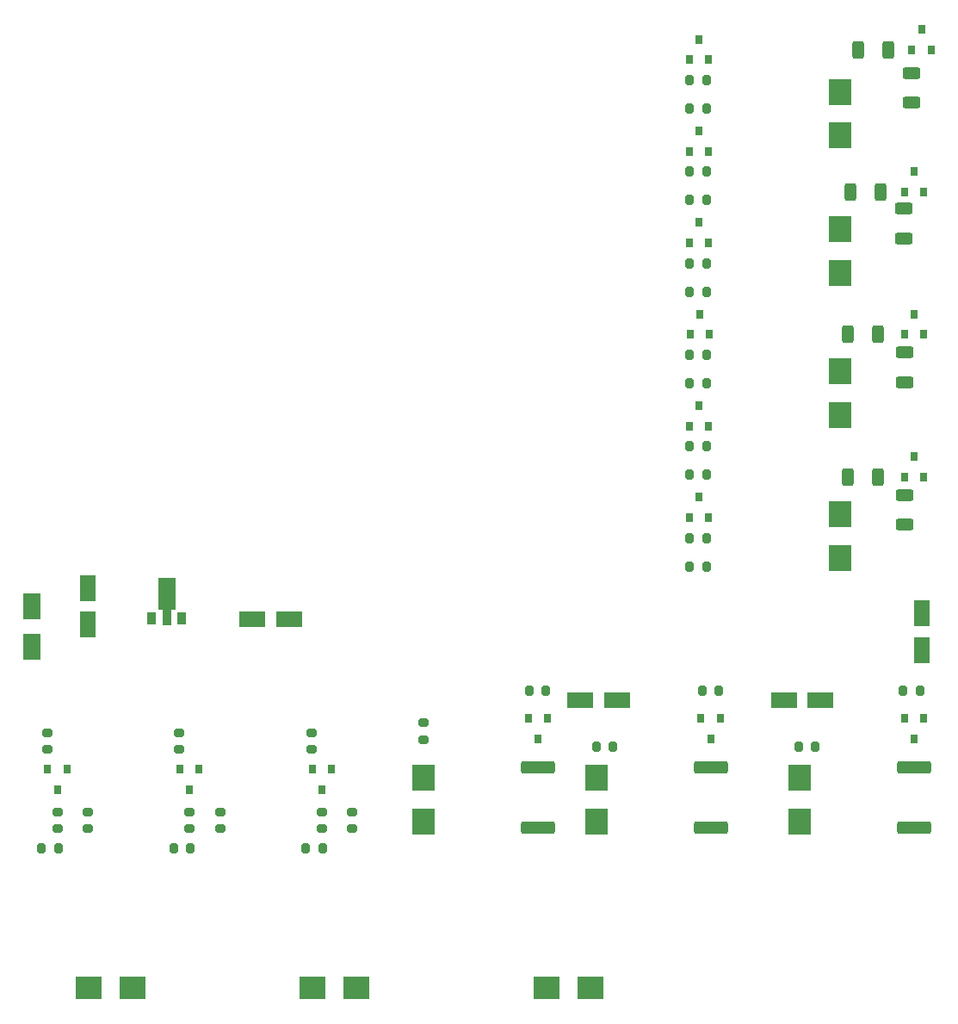
<source format=gtp>
G04 #@! TF.GenerationSoftware,KiCad,Pcbnew,(6.0.7)*
G04 #@! TF.CreationDate,2022-09-16T15:01:37+02:00*
G04 #@! TF.ProjectId,Goobyl_da - Kretskort,476f6f62-796c-4e56-9461-202d204b7265,rev?*
G04 #@! TF.SameCoordinates,Original*
G04 #@! TF.FileFunction,Paste,Top*
G04 #@! TF.FilePolarity,Positive*
%FSLAX46Y46*%
G04 Gerber Fmt 4.6, Leading zero omitted, Abs format (unit mm)*
G04 Created by KiCad (PCBNEW (6.0.7)) date 2022-09-16 15:01:37*
%MOMM*%
%LPD*%
G01*
G04 APERTURE LIST*
G04 Aperture macros list*
%AMRoundRect*
0 Rectangle with rounded corners*
0 $1 Rounding radius*
0 $2 $3 $4 $5 $6 $7 $8 $9 X,Y pos of 4 corners*
0 Add a 4 corners polygon primitive as box body*
4,1,4,$2,$3,$4,$5,$6,$7,$8,$9,$2,$3,0*
0 Add four circle primitives for the rounded corners*
1,1,$1+$1,$2,$3*
1,1,$1+$1,$4,$5*
1,1,$1+$1,$6,$7*
1,1,$1+$1,$8,$9*
0 Add four rect primitives between the rounded corners*
20,1,$1+$1,$2,$3,$4,$5,0*
20,1,$1+$1,$4,$5,$6,$7,0*
20,1,$1+$1,$6,$7,$8,$9,0*
20,1,$1+$1,$8,$9,$2,$3,0*%
%AMFreePoly0*
4,1,9,3.862500,-0.866500,0.737500,-0.866500,0.737500,-0.450000,-0.737500,-0.450000,-0.737500,0.450000,0.737500,0.450000,0.737500,0.866500,3.862500,0.866500,3.862500,-0.866500,3.862500,-0.866500,$1*%
G04 Aperture macros list end*
%ADD10RoundRect,0.250000X0.312500X0.625000X-0.312500X0.625000X-0.312500X-0.625000X0.312500X-0.625000X0*%
%ADD11RoundRect,0.250000X0.625000X-0.312500X0.625000X0.312500X-0.625000X0.312500X-0.625000X-0.312500X0*%
%ADD12FreePoly0,90.000000*%
%ADD13R,0.900000X1.300000*%
%ADD14RoundRect,0.200000X-0.200000X-0.275000X0.200000X-0.275000X0.200000X0.275000X-0.200000X0.275000X0*%
%ADD15RoundRect,0.200000X0.275000X-0.200000X0.275000X0.200000X-0.275000X0.200000X-0.275000X-0.200000X0*%
%ADD16RoundRect,0.250000X1.425000X-0.362500X1.425000X0.362500X-1.425000X0.362500X-1.425000X-0.362500X0*%
%ADD17RoundRect,0.200000X0.200000X0.275000X-0.200000X0.275000X-0.200000X-0.275000X0.200000X-0.275000X0*%
%ADD18R,0.800000X0.900000*%
%ADD19R,2.300000X2.500000*%
%ADD20R,1.800000X2.500000*%
%ADD21R,2.500000X2.300000*%
%ADD22RoundRect,0.250000X-1.050000X-0.550000X1.050000X-0.550000X1.050000X0.550000X-1.050000X0.550000X0*%
%ADD23RoundRect,0.250000X-0.550000X1.050000X-0.550000X-1.050000X0.550000X-1.050000X0.550000X1.050000X0*%
%ADD24RoundRect,0.250000X0.550000X-1.050000X0.550000X1.050000X-0.550000X1.050000X-0.550000X-1.050000X0*%
G04 APERTURE END LIST*
D10*
X178787500Y-45000000D03*
X181712500Y-45000000D03*
D11*
X184000000Y-47287500D03*
X184000000Y-50212500D03*
D10*
X178037500Y-59000000D03*
X180962500Y-59000000D03*
D11*
X183280000Y-60627500D03*
X183280000Y-63552500D03*
D10*
X177787500Y-73000000D03*
X180712500Y-73000000D03*
D11*
X183310000Y-74787500D03*
X183310000Y-77712500D03*
D10*
X177787500Y-87000000D03*
X180712500Y-87000000D03*
D11*
X183310000Y-88787500D03*
X183310000Y-91712500D03*
D12*
X110750000Y-100812500D03*
D13*
X112250000Y-100900000D03*
X109250000Y-100900000D03*
D14*
X163835000Y-93010000D03*
X162185000Y-93010000D03*
X163835000Y-84010000D03*
X162185000Y-84010000D03*
X163835000Y-75010000D03*
X162185000Y-75010000D03*
X163835000Y-66010000D03*
X162185000Y-66010000D03*
X163835000Y-57010000D03*
X162185000Y-57010000D03*
X163835000Y-48010000D03*
X162185000Y-48010000D03*
X163835000Y-95810000D03*
X162185000Y-95810000D03*
X163835000Y-86810000D03*
X162185000Y-86810000D03*
X163835000Y-77810000D03*
X162185000Y-77810000D03*
X163835000Y-68810000D03*
X162185000Y-68810000D03*
X163835000Y-59810000D03*
X162185000Y-59810000D03*
X163835000Y-50810000D03*
X162185000Y-50810000D03*
X174575000Y-113500000D03*
X172925000Y-113500000D03*
X154650000Y-113500000D03*
X153000000Y-113500000D03*
D15*
X136010000Y-111185000D03*
X136010000Y-112835000D03*
D16*
X184260000Y-115547500D03*
X184260000Y-121472500D03*
X164260000Y-115547500D03*
X164260000Y-121472500D03*
X147260000Y-115547500D03*
X147260000Y-121472500D03*
D17*
X183175000Y-108000000D03*
X184825000Y-108000000D03*
X163425000Y-108000000D03*
X165075000Y-108000000D03*
X146425000Y-108000000D03*
X148075000Y-108000000D03*
D15*
X103010000Y-119935000D03*
X103010000Y-121585000D03*
X116010000Y-119935000D03*
X116010000Y-121585000D03*
X129010000Y-119935000D03*
X129010000Y-121585000D03*
D14*
X100075000Y-123500000D03*
X98425000Y-123500000D03*
X113075000Y-123500000D03*
X111425000Y-123500000D03*
X126075000Y-123500000D03*
X124425000Y-123500000D03*
D15*
X100010000Y-119935000D03*
X100010000Y-121585000D03*
X113010000Y-119935000D03*
X113010000Y-121585000D03*
X126010000Y-119935000D03*
X126010000Y-121585000D03*
X99000000Y-112175000D03*
X99000000Y-113825000D03*
X112000000Y-112175000D03*
X112000000Y-113825000D03*
X125000000Y-112175000D03*
X125000000Y-113825000D03*
D18*
X184250000Y-112750000D03*
X183300000Y-110750000D03*
X185200000Y-110750000D03*
X164250000Y-112750000D03*
X163300000Y-110750000D03*
X165200000Y-110750000D03*
X147250000Y-112750000D03*
X146300000Y-110750000D03*
X148200000Y-110750000D03*
X100000000Y-117750000D03*
X99050000Y-115750000D03*
X100950000Y-115750000D03*
X113000000Y-117750000D03*
X112050000Y-115750000D03*
X113950000Y-115750000D03*
X126000000Y-117750000D03*
X125050000Y-115750000D03*
X126950000Y-115750000D03*
X163100000Y-89000000D03*
X164050000Y-91000000D03*
X162150000Y-91000000D03*
X163100000Y-80000000D03*
X164050000Y-82000000D03*
X162150000Y-82000000D03*
X163200000Y-71010000D03*
X164150000Y-73010000D03*
X162250000Y-73010000D03*
X163100000Y-62000000D03*
X164050000Y-64000000D03*
X162150000Y-64000000D03*
X163100000Y-53010000D03*
X164050000Y-55010000D03*
X162150000Y-55010000D03*
X163100000Y-44000000D03*
X164050000Y-46000000D03*
X162150000Y-46000000D03*
X185000000Y-43000000D03*
X185950000Y-45000000D03*
X184050000Y-45000000D03*
X184250000Y-57000000D03*
X185200000Y-59000000D03*
X183300000Y-59000000D03*
X184250000Y-71000000D03*
X185200000Y-73000000D03*
X183300000Y-73000000D03*
X184250000Y-85000000D03*
X185200000Y-87000000D03*
X183300000Y-87000000D03*
D19*
X177000000Y-49150000D03*
X177000000Y-53450000D03*
X177000000Y-62650000D03*
X177000000Y-66950000D03*
X177000000Y-76650000D03*
X177000000Y-80950000D03*
X177000000Y-90650000D03*
X177000000Y-94950000D03*
X173010000Y-116610000D03*
X173010000Y-120910000D03*
X153010000Y-116610000D03*
X153010000Y-120910000D03*
X136010000Y-116610000D03*
X136010000Y-120910000D03*
D20*
X97500000Y-103750000D03*
X97500000Y-99750000D03*
D21*
X103100000Y-137250000D03*
X107400000Y-137250000D03*
X125100000Y-137250000D03*
X129400000Y-137250000D03*
X148100000Y-137250000D03*
X152400000Y-137250000D03*
D22*
X122800000Y-101000000D03*
X119200000Y-101000000D03*
D23*
X103000000Y-101550000D03*
X103000000Y-97950000D03*
D24*
X185000000Y-100450000D03*
X185000000Y-104050000D03*
D22*
X175050000Y-109000000D03*
X171450000Y-109000000D03*
X155050000Y-109000000D03*
X151450000Y-109000000D03*
M02*

</source>
